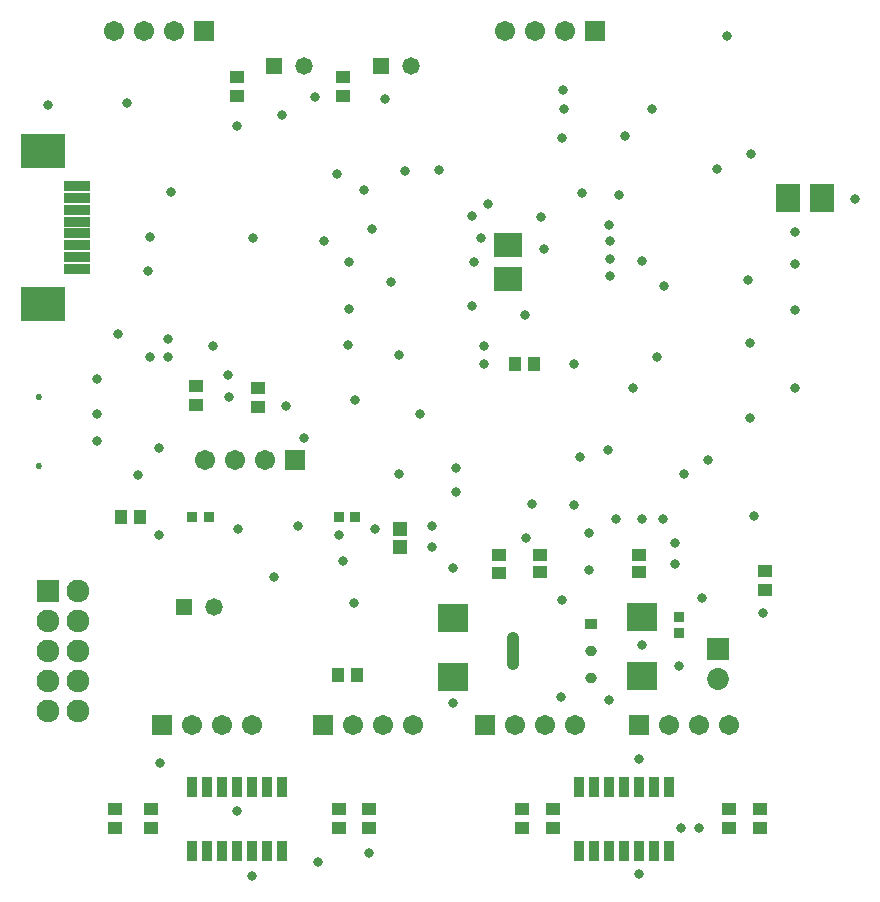
<source format=gbs>
G04*
G04 #@! TF.GenerationSoftware,Altium Limited,Altium Designer,22.9.1 (49)*
G04*
G04 Layer_Color=16711935*
%FSLAX25Y25*%
%MOIN*%
G70*
G04*
G04 #@! TF.SameCoordinates,4F3841DE-4AA8-461A-9A8C-39A9ABFBA23C*
G04*
G04*
G04 #@! TF.FilePolarity,Negative*
G04*
G01*
G75*
%ADD36R,0.04343X0.04540*%
%ADD38R,0.04698X0.03871*%
%ADD41R,0.04540X0.04343*%
%ADD42C,0.07296*%
%ADD43R,0.07296X0.07296*%
%ADD44R,0.06706X0.06706*%
%ADD45C,0.06706*%
%ADD46C,0.02080*%
%ADD47R,0.07591X0.07591*%
%ADD48C,0.07591*%
%ADD49R,0.05820X0.05820*%
%ADD50C,0.05820*%
%ADD51C,0.03300*%
G04:AMPARAMS|DCode=85|XSize=39.54mil|YSize=125.28mil|CornerRadius=17.2mil|HoleSize=0mil|Usage=FLASHONLY|Rotation=180.000|XOffset=0mil|YOffset=0mil|HoleType=Round|Shape=RoundedRectangle|*
%AMROUNDEDRECTD85*
21,1,0.03954,0.09088,0,0,180.0*
21,1,0.00514,0.12528,0,0,180.0*
1,1,0.03440,-0.00257,0.04544*
1,1,0.03440,0.00257,0.04544*
1,1,0.03440,0.00257,-0.04544*
1,1,0.03440,-0.00257,-0.04544*
%
%ADD85ROUNDEDRECTD85*%
G04:AMPARAMS|DCode=86|XSize=39.54mil|YSize=34.34mil|CornerRadius=17.17mil|HoleSize=0mil|Usage=FLASHONLY|Rotation=180.000|XOffset=0mil|YOffset=0mil|HoleType=Round|Shape=RoundedRectangle|*
%AMROUNDEDRECTD86*
21,1,0.03954,0.00000,0,0,180.0*
21,1,0.00520,0.03434,0,0,180.0*
1,1,0.03434,-0.00260,0.00000*
1,1,0.03434,0.00260,0.00000*
1,1,0.03434,0.00260,0.00000*
1,1,0.03434,-0.00260,0.00000*
%
%ADD86ROUNDEDRECTD86*%
%ADD87R,0.03954X0.03434*%
%ADD88R,0.08674X0.03202*%
%ADD89R,0.14973X0.11351*%
%ADD90R,0.04540X0.04540*%
%ADD91R,0.03359X0.06804*%
%ADD92R,0.03556X0.03556*%
%ADD93R,0.09855X0.09461*%
%ADD94R,0.09580X0.07887*%
%ADD95R,0.03556X0.03556*%
%ADD96R,0.07887X0.09580*%
D36*
X64650Y137000D02*
D03*
X58350D02*
D03*
X137150Y84500D02*
D03*
X130850D02*
D03*
X189850Y188000D02*
D03*
X196150D02*
D03*
D38*
X198000Y118744D02*
D03*
Y124256D02*
D03*
X231000D02*
D03*
Y118744D02*
D03*
D41*
X83500Y174350D02*
D03*
Y180650D02*
D03*
X68500Y39650D02*
D03*
Y33350D02*
D03*
X131000D02*
D03*
Y39650D02*
D03*
X56500D02*
D03*
Y33350D02*
D03*
X141000D02*
D03*
Y39650D02*
D03*
X97070Y283701D02*
D03*
Y277402D02*
D03*
X104000Y180150D02*
D03*
Y173850D02*
D03*
X132500Y283650D02*
D03*
Y277350D02*
D03*
X184500Y118201D02*
D03*
Y124500D02*
D03*
X192000Y33350D02*
D03*
Y39650D02*
D03*
X202500Y33350D02*
D03*
Y39650D02*
D03*
X261000D02*
D03*
Y33350D02*
D03*
X271500D02*
D03*
Y39650D02*
D03*
X273000Y119000D02*
D03*
Y112701D02*
D03*
D42*
X257500Y83000D02*
D03*
D43*
Y93000D02*
D03*
D44*
X125700Y67831D02*
D03*
X179700D02*
D03*
X231200D02*
D03*
X72000D02*
D03*
X86000Y299000D02*
D03*
X116500Y156000D02*
D03*
X216500Y299000D02*
D03*
D45*
X135700Y67831D02*
D03*
X145700D02*
D03*
X155700D02*
D03*
X189700D02*
D03*
X199700D02*
D03*
X209700D02*
D03*
X241200D02*
D03*
X251200D02*
D03*
X261200D02*
D03*
X82000D02*
D03*
X92000D02*
D03*
X102000D02*
D03*
X56000Y299000D02*
D03*
X66000D02*
D03*
X76000D02*
D03*
X106500Y156000D02*
D03*
X96500D02*
D03*
X86500D02*
D03*
X186500Y299000D02*
D03*
X196500D02*
D03*
X206500D02*
D03*
D46*
X31248Y176878D02*
D03*
Y154122D02*
D03*
D47*
X34000Y112500D02*
D03*
D48*
X44000D02*
D03*
X34000Y102500D02*
D03*
X44000D02*
D03*
X34000Y92500D02*
D03*
X44000D02*
D03*
X34000Y82500D02*
D03*
X44000D02*
D03*
X34000Y72500D02*
D03*
X44000D02*
D03*
D49*
X79500Y107000D02*
D03*
X145000Y287500D02*
D03*
X109500D02*
D03*
D50*
X89500Y107000D02*
D03*
X155000Y287500D02*
D03*
X119500D02*
D03*
D51*
X71000Y131000D02*
D03*
Y160000D02*
D03*
X64000Y151000D02*
D03*
X102000Y17500D02*
D03*
X214574Y131574D02*
D03*
X34000Y274500D02*
D03*
X60500Y275000D02*
D03*
X179500Y188000D02*
D03*
X209500D02*
D03*
X269500Y137500D02*
D03*
X94500Y177000D02*
D03*
X113500Y174000D02*
D03*
X68000Y190500D02*
D03*
X57500Y198000D02*
D03*
X112000Y271000D02*
D03*
X170000Y145500D02*
D03*
Y153500D02*
D03*
X243000Y121500D02*
D03*
Y128500D02*
D03*
X239000Y136500D02*
D03*
X232000D02*
D03*
X143000Y133000D02*
D03*
X162000Y127000D02*
D03*
X169000Y120000D02*
D03*
X252000Y110000D02*
D03*
X50500Y162266D02*
D03*
X119501Y163501D02*
D03*
X89000Y194000D02*
D03*
X74000Y196500D02*
D03*
Y190500D02*
D03*
X221500Y217500D02*
D03*
Y223000D02*
D03*
Y229000D02*
D03*
X221250Y234250D02*
D03*
X124000Y22000D02*
D03*
X50500Y183000D02*
D03*
X109500Y117000D02*
D03*
X267500Y216000D02*
D03*
X97000Y39000D02*
D03*
X71500Y55000D02*
D03*
X141000Y25000D02*
D03*
X148500Y215500D02*
D03*
X205000Y77000D02*
D03*
X169000Y75000D02*
D03*
X244500Y87500D02*
D03*
X151000Y151500D02*
D03*
X220750Y159500D02*
D03*
X223500Y136500D02*
D03*
X209500Y141000D02*
D03*
X257000Y253000D02*
D03*
X50500Y171500D02*
D03*
X97500Y133000D02*
D03*
X117500Y134000D02*
D03*
X131000Y131000D02*
D03*
X132500Y122500D02*
D03*
X136000Y108500D02*
D03*
X68000Y230500D02*
D03*
X67500Y219000D02*
D03*
X136500Y176000D02*
D03*
X94000Y184500D02*
D03*
X151000Y191000D02*
D03*
X134000Y194500D02*
D03*
X134500Y206500D02*
D03*
Y222000D02*
D03*
X146500Y276500D02*
D03*
X123000Y277000D02*
D03*
X205500Y109500D02*
D03*
X153000Y252500D02*
D03*
X158000Y171500D02*
D03*
X231000Y18000D02*
D03*
X245000Y33500D02*
D03*
X251000D02*
D03*
X231000Y56500D02*
D03*
X221000Y76000D02*
D03*
X232000Y94500D02*
D03*
X214500Y119500D02*
D03*
X246000Y151500D02*
D03*
X254000Y156000D02*
D03*
X211500Y157000D02*
D03*
X268000Y170000D02*
D03*
X229000Y180000D02*
D03*
X283000D02*
D03*
X175500Y237500D02*
D03*
Y207500D02*
D03*
X205500Y263500D02*
D03*
X179500Y194000D02*
D03*
X178500Y230000D02*
D03*
X164500Y252730D02*
D03*
X176000Y222000D02*
D03*
X180750Y241500D02*
D03*
X193000Y204500D02*
D03*
X198500Y237000D02*
D03*
X199500Y226500D02*
D03*
X237000Y190500D02*
D03*
X268000Y195000D02*
D03*
X283000Y206000D02*
D03*
X239500Y214000D02*
D03*
X283000Y221500D02*
D03*
X232000Y222500D02*
D03*
X283000Y232000D02*
D03*
X303000Y243000D02*
D03*
X224500Y244500D02*
D03*
X212000Y245000D02*
D03*
X268500Y258000D02*
D03*
X226500Y264000D02*
D03*
X206000Y273000D02*
D03*
X235500D02*
D03*
X205613Y279230D02*
D03*
X260500Y297500D02*
D03*
X75000Y245500D02*
D03*
X126000Y229000D02*
D03*
X102500Y230000D02*
D03*
X142000Y233000D02*
D03*
X139500Y246000D02*
D03*
X130500Y251500D02*
D03*
X97000Y267500D02*
D03*
X162000Y134000D02*
D03*
X193500Y130000D02*
D03*
X195500Y141500D02*
D03*
X272500Y105000D02*
D03*
D85*
X189000Y92500D02*
D03*
D86*
X214945Y83484D02*
D03*
Y92500D02*
D03*
D87*
Y101516D02*
D03*
D88*
X43598Y219721D02*
D03*
Y223657D02*
D03*
Y227594D02*
D03*
Y231532D02*
D03*
Y235469D02*
D03*
Y239405D02*
D03*
Y243342D02*
D03*
Y247280D02*
D03*
D89*
X32575Y207949D02*
D03*
Y259051D02*
D03*
D90*
X151500Y127000D02*
D03*
Y132905D02*
D03*
D91*
X82000Y25823D02*
D03*
X87000D02*
D03*
X92000D02*
D03*
X97000D02*
D03*
X102000D02*
D03*
X107000D02*
D03*
X112000D02*
D03*
Y47177D02*
D03*
X107000D02*
D03*
X102000D02*
D03*
X97000D02*
D03*
X92000D02*
D03*
X87000D02*
D03*
X82000D02*
D03*
X211000Y25823D02*
D03*
X216000D02*
D03*
X221000D02*
D03*
X226000D02*
D03*
X231000D02*
D03*
X236000D02*
D03*
X241000D02*
D03*
Y47177D02*
D03*
X236000D02*
D03*
X231000D02*
D03*
X226000D02*
D03*
X221000D02*
D03*
X216000D02*
D03*
X211000D02*
D03*
D92*
X87756Y137000D02*
D03*
X82244D02*
D03*
X131000D02*
D03*
X136512D02*
D03*
D93*
X169000Y83657D02*
D03*
Y103342D02*
D03*
X232000Y84158D02*
D03*
Y103842D02*
D03*
D94*
X187500Y216252D02*
D03*
Y227748D02*
D03*
D95*
X244500Y98244D02*
D03*
Y103756D02*
D03*
D96*
X292248Y243500D02*
D03*
X280752D02*
D03*
M02*

</source>
